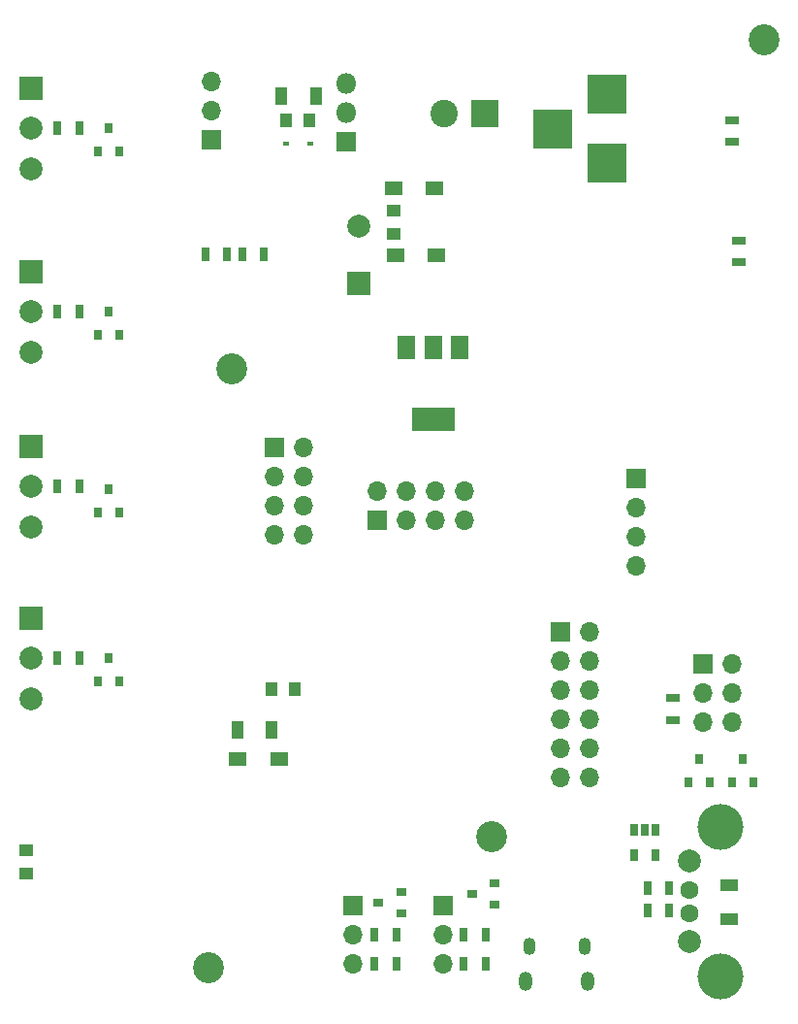
<source format=gbr>
G04 #@! TF.GenerationSoftware,KiCad,Pcbnew,5.0.0*
G04 #@! TF.CreationDate,2018-07-21T14:27:13+02:00*
G04 #@! TF.ProjectId,node_1,6E6F64655F312E6B696361645F706362,rev?*
G04 #@! TF.SameCoordinates,Original*
G04 #@! TF.FileFunction,Soldermask,Bot*
G04 #@! TF.FilePolarity,Negative*
%FSLAX46Y46*%
G04 Gerber Fmt 4.6, Leading zero omitted, Abs format (unit mm)*
G04 Created by KiCad (PCBNEW 5.0.0) date Sat Jul 21 14:27:13 2018*
%MOMM*%
%LPD*%
G01*
G04 APERTURE LIST*
%ADD10C,4.000000*%
%ADD11C,1.600000*%
%ADD12C,2.000000*%
%ADD13R,1.250000X1.000000*%
%ADD14R,1.000000X1.250000*%
%ADD15R,1.000000X1.600000*%
%ADD16R,1.600000X1.000000*%
%ADD17R,0.600000X0.450000*%
%ADD18R,0.800000X0.900000*%
%ADD19R,3.500000X3.500000*%
%ADD20R,2.400000X2.400000*%
%ADD21C,2.400000*%
%ADD22R,1.700000X1.700000*%
%ADD23O,1.700000X1.700000*%
%ADD24R,1.600200X1.198880*%
%ADD25R,3.800000X2.000000*%
%ADD26R,1.500000X2.000000*%
%ADD27R,1.800000X1.800000*%
%ADD28O,1.800000X1.800000*%
%ADD29R,2.000000X2.000000*%
%ADD30R,0.900000X0.800000*%
%ADD31R,0.700000X1.300000*%
%ADD32R,1.300000X0.700000*%
%ADD33R,0.650000X1.060000*%
%ADD34O,1.100000X1.500000*%
%ADD35O,1.200000X1.700000*%
%ADD36C,2.700000*%
G04 APERTURE END LIST*
D10*
G04 #@! TO.C,J11*
X81220000Y-84400000D03*
X81220000Y-97500000D03*
D11*
X78470000Y-91940000D03*
D12*
X78470000Y-94460000D03*
D11*
X78470000Y-89960000D03*
D12*
X78470000Y-87440000D03*
G04 #@! TD*
D13*
G04 #@! TO.C,C2*
X52650000Y-32700000D03*
X52650000Y-30700000D03*
G04 #@! TD*
D14*
G04 #@! TO.C,C3*
X43298649Y-22800426D03*
X45298649Y-22800426D03*
G04 #@! TD*
D15*
G04 #@! TO.C,C4*
X42848649Y-20700426D03*
X45848649Y-20700426D03*
G04 #@! TD*
D16*
G04 #@! TO.C,C8*
X82000000Y-92500000D03*
X82000000Y-89500000D03*
G04 #@! TD*
D15*
G04 #@! TO.C,C9*
X42000000Y-75950000D03*
X39000000Y-75950000D03*
G04 #@! TD*
D14*
G04 #@! TO.C,C14*
X44000000Y-72425000D03*
X42000000Y-72425000D03*
G04 #@! TD*
D17*
G04 #@! TO.C,D4*
X43298649Y-24800426D03*
X45398649Y-24800426D03*
G04 #@! TD*
D18*
G04 #@! TO.C,D5*
X28700000Y-71750000D03*
X26800000Y-71750000D03*
X27750000Y-69750000D03*
G04 #@! TD*
G04 #@! TO.C,D6*
X28700000Y-57000000D03*
X26800000Y-57000000D03*
X27750000Y-55000000D03*
G04 #@! TD*
G04 #@! TO.C,D7*
X28700000Y-41500000D03*
X26800000Y-41500000D03*
X27750000Y-39500000D03*
G04 #@! TD*
G04 #@! TO.C,D8*
X28700000Y-25500000D03*
X26800000Y-25500000D03*
X27750000Y-23500000D03*
G04 #@! TD*
D19*
G04 #@! TO.C,J5*
X71250000Y-26550000D03*
X71250000Y-20550000D03*
X66550000Y-23550000D03*
G04 #@! TD*
D20*
G04 #@! TO.C,J6*
X60600000Y-22200000D03*
D21*
X57100000Y-22200000D03*
G04 #@! TD*
D22*
G04 #@! TO.C,J8*
X73850000Y-54050000D03*
D23*
X73850000Y-56590000D03*
X73850000Y-59130000D03*
X73850000Y-61670000D03*
G04 #@! TD*
D22*
G04 #@! TO.C,J9*
X51250000Y-57700000D03*
D23*
X51250000Y-55160000D03*
X53790000Y-57700000D03*
X53790000Y-55160000D03*
X56330000Y-57700000D03*
X56330000Y-55160000D03*
X58870000Y-57700000D03*
X58870000Y-55160000D03*
G04 #@! TD*
D22*
G04 #@! TO.C,J10*
X79650000Y-70250000D03*
D23*
X82190000Y-70250000D03*
X79650000Y-72790000D03*
X82190000Y-72790000D03*
X79650000Y-75330000D03*
X82190000Y-75330000D03*
G04 #@! TD*
D24*
G04 #@! TO.C,L2*
X56250860Y-28700000D03*
X52649140Y-28700000D03*
G04 #@! TD*
D25*
G04 #@! TO.C,U1*
X56100000Y-48900000D03*
D26*
X56100000Y-42600000D03*
X58400000Y-42600000D03*
X53800000Y-42600000D03*
G04 #@! TD*
D27*
G04 #@! TO.C,U5*
X48550000Y-24650000D03*
D28*
X48550000Y-22110000D03*
X48550000Y-19570000D03*
G04 #@! TD*
D29*
G04 #@! TO.C,C1*
X49600000Y-37050000D03*
D12*
X49600000Y-32050000D03*
G04 #@! TD*
D29*
G04 #@! TO.C,J1*
X21000000Y-66250000D03*
D12*
X21000000Y-69750000D03*
X21000000Y-73250000D03*
G04 #@! TD*
D29*
G04 #@! TO.C,J2*
X21000000Y-51250000D03*
D12*
X21000000Y-54750000D03*
X21000000Y-58250000D03*
G04 #@! TD*
D29*
G04 #@! TO.C,J3*
X21000000Y-36000000D03*
D12*
X21000000Y-39500000D03*
X21000000Y-43000000D03*
G04 #@! TD*
D29*
G04 #@! TO.C,J4*
X21000000Y-20000000D03*
D12*
X21000000Y-23500000D03*
X21000000Y-27000000D03*
G04 #@! TD*
D30*
G04 #@! TO.C,D9*
X53300000Y-90100000D03*
X53300000Y-92000000D03*
X51300000Y-91050000D03*
G04 #@! TD*
G04 #@! TO.C,D10*
X61500000Y-89350000D03*
X61500000Y-91250000D03*
X59500000Y-90300000D03*
G04 #@! TD*
D22*
G04 #@! TO.C,J12*
X49150000Y-91300000D03*
D23*
X49150000Y-93840000D03*
X49150000Y-96380000D03*
G04 #@! TD*
D22*
G04 #@! TO.C,J13*
X57000000Y-91300000D03*
D23*
X57000000Y-93840000D03*
X57000000Y-96380000D03*
G04 #@! TD*
D22*
G04 #@! TO.C,J14*
X36750000Y-24500000D03*
D23*
X36750000Y-21960000D03*
X36750000Y-19420000D03*
G04 #@! TD*
D24*
G04 #@! TO.C,L1*
X56401720Y-34600000D03*
X52800000Y-34600000D03*
G04 #@! TD*
G04 #@! TO.C,L3*
X39049140Y-78500000D03*
X42650860Y-78500000D03*
G04 #@! TD*
D31*
G04 #@! TO.C,R1*
X41350000Y-34450000D03*
X39450000Y-34450000D03*
G04 #@! TD*
G04 #@! TO.C,R2*
X38100000Y-34450000D03*
X36200000Y-34450000D03*
G04 #@! TD*
D32*
G04 #@! TO.C,R3*
X77050000Y-75100000D03*
X77050000Y-73200000D03*
G04 #@! TD*
D31*
G04 #@! TO.C,R4*
X74850000Y-91750000D03*
X76750000Y-91750000D03*
G04 #@! TD*
G04 #@! TO.C,R5*
X74850000Y-89750000D03*
X76750000Y-89750000D03*
G04 #@! TD*
G04 #@! TO.C,R6*
X23300000Y-54750000D03*
X25200000Y-54750000D03*
G04 #@! TD*
G04 #@! TO.C,R7*
X23300000Y-39500000D03*
X25200000Y-39500000D03*
G04 #@! TD*
D32*
G04 #@! TO.C,R8*
X82800000Y-35200000D03*
X82800000Y-33300000D03*
G04 #@! TD*
G04 #@! TO.C,R10*
X82200000Y-24700000D03*
X82200000Y-22800000D03*
G04 #@! TD*
D31*
G04 #@! TO.C,R11*
X60700000Y-96400000D03*
X58800000Y-96400000D03*
G04 #@! TD*
G04 #@! TO.C,R12*
X60700000Y-93850000D03*
X58800000Y-93850000D03*
G04 #@! TD*
G04 #@! TO.C,R13*
X23300000Y-69750000D03*
X25200000Y-69750000D03*
G04 #@! TD*
G04 #@! TO.C,R14*
X23300000Y-23500000D03*
X25200000Y-23500000D03*
G04 #@! TD*
G04 #@! TO.C,R15*
X52900000Y-96350000D03*
X51000000Y-96350000D03*
G04 #@! TD*
G04 #@! TO.C,R16*
X52900000Y-93850000D03*
X51000000Y-93850000D03*
G04 #@! TD*
D33*
G04 #@! TO.C,U4*
X73650000Y-84700000D03*
X74600000Y-84700000D03*
X75550000Y-84700000D03*
X75550000Y-86900000D03*
X73650000Y-86900000D03*
G04 #@! TD*
D23*
G04 #@! TO.C,J7*
X44818088Y-58942918D03*
X42278088Y-58942918D03*
X44818088Y-56402918D03*
X42278088Y-56402918D03*
X44818088Y-53862918D03*
X42278088Y-53862918D03*
X44818088Y-51322918D03*
D22*
X42278088Y-51322918D03*
G04 #@! TD*
G04 #@! TO.C,J15*
X67250000Y-67400000D03*
D23*
X69790000Y-67400000D03*
X67250000Y-69940000D03*
X69790000Y-69940000D03*
X67250000Y-72480000D03*
X69790000Y-72480000D03*
X67250000Y-75020000D03*
X69790000Y-75020000D03*
X67250000Y-77560000D03*
X69790000Y-77560000D03*
X67250000Y-80100000D03*
X69790000Y-80100000D03*
G04 #@! TD*
D13*
G04 #@! TO.C,C21*
X20575000Y-88500000D03*
X20575000Y-86500000D03*
G04 #@! TD*
D34*
G04 #@! TO.C,J16*
X64480000Y-94880000D03*
X69320000Y-94880000D03*
D35*
X64170000Y-97880000D03*
X69630000Y-97880000D03*
G04 #@! TD*
D36*
G04 #@! TO.C,REF\002A\002A*
X36500000Y-96750000D03*
G04 #@! TD*
G04 #@! TO.C,REF\002A\002A*
X85000000Y-15750000D03*
G04 #@! TD*
G04 #@! TO.C,REF\002A\002A*
X38500000Y-44500000D03*
G04 #@! TD*
G04 #@! TO.C,REF\002A\002A*
X61250000Y-85250000D03*
G04 #@! TD*
D18*
G04 #@! TO.C,D13*
X79350000Y-78550000D03*
X78400000Y-80550000D03*
X80300000Y-80550000D03*
G04 #@! TD*
G04 #@! TO.C,D14*
X84100000Y-80550000D03*
X82200000Y-80550000D03*
X83150000Y-78550000D03*
G04 #@! TD*
M02*

</source>
